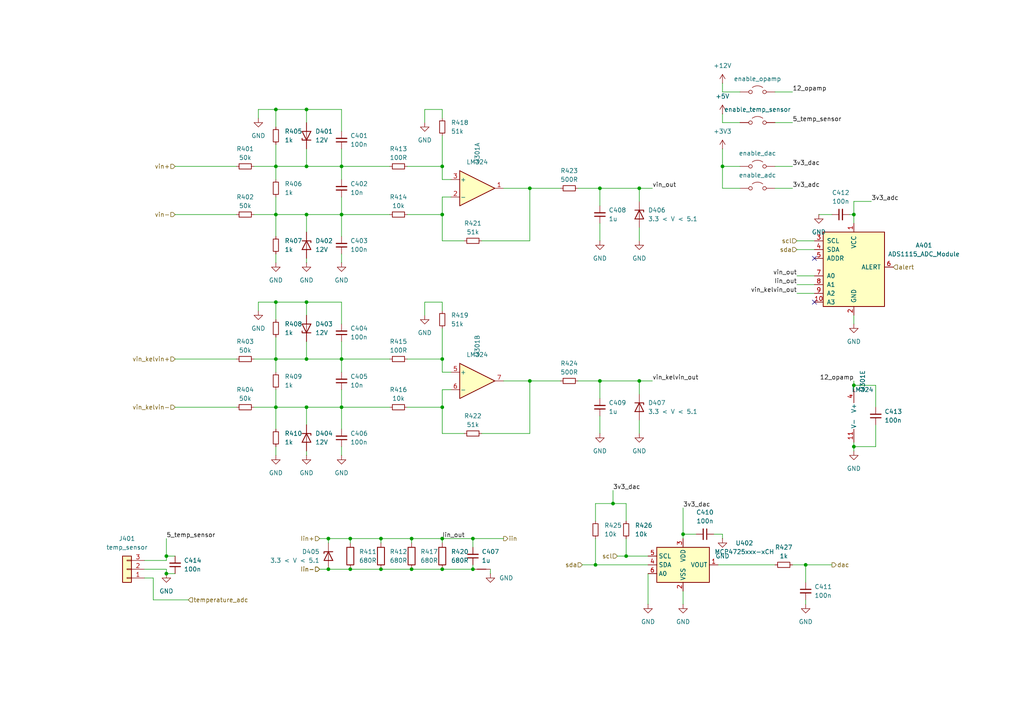
<source format=kicad_sch>
(kicad_sch (version 20231120) (generator "eeschema") (generator_version "8.0")
  (paper "A4")
  (lib_symbols
    (symbol "Amplifier_Operational:LM324" (pin_names (offset 0.127))
      (property "Reference" "U" (at 0 5.08 0))
      (property "Value" "LM324" (at 0 -5.08 0))
      (symbol "LM324_1_1"
        (polyline (pts (xy -5.08 5.08) (xy 5.08 0) (xy -5.08 -5.08) (xy -5.08 5.08)) (stroke (width 0.254)) (fill (type background)))
        (pin output line (at 7.62 0 180) (length 2.54) (name "~") (number "1"))
        (pin input line (at -7.62 -2.54 0) (length 2.54) (name "-") (number "2"))
        (pin input line (at -7.62 2.54 0) (length 2.54) (name "+") (number "3"))
      )
      (symbol "LM324_2_1"
        (polyline (pts (xy -5.08 5.08) (xy 5.08 0) (xy -5.08 -5.08) (xy -5.08 5.08)) (stroke (width 0.254)) (fill (type background)))
        (pin input line (at -7.62 2.54 0) (length 2.54) (name "+") (number "5"))
        (pin input line (at -7.62 -2.54 0) (length 2.54) (name "-") (number "6"))
        (pin output line (at 7.62 0 180) (length 2.54) (name "~") (number "7"))
      )
      (symbol "LM324_3_1"
        (polyline (pts (xy -5.08 5.08) (xy 5.08 0) (xy -5.08 -5.08) (xy -5.08 5.08)) (stroke (width 0.254)) (fill (type background)))
        (pin input line (at -7.62 2.54 0) (length 2.54) (name "+") (number "10"))
        (pin output line (at 7.62 0 180) (length 2.54) (name "~") (number "8"))
        (pin input line (at -7.62 -2.54 0) (length 2.54) (name "-") (number "9"))
      )
      (symbol "LM324_4_1"
        (polyline (pts (xy -5.08 5.08) (xy 5.08 0) (xy -5.08 -5.08) (xy -5.08 5.08)) (stroke (width 0.254)) (fill (type background)))
        (pin input line (at -7.62 2.54 0) (length 2.54) (name "+") (number "12"))
        (pin input line (at -7.62 -2.54 0) (length 2.54) (name "-") (number "13"))
        (pin output line (at 7.62 0 180) (length 2.54) (name "~") (number "14"))
      )
      (symbol "LM324_5_1"
        (pin power_in line (at -2.54 -7.62 90) (length 3.81) (name "V-") (number "11"))
        (pin power_in line (at -2.54 7.62 270) (length 3.81) (name "V+") (number "4"))
      )
    )
    (symbol "Analog_DAC:MCP4725xxx-xCH"
      (property "Reference" "U" (at -6.35 6.35 0))
      (property "Value" "MCP4725xxx-xCH" (at 8.89 6.35 0))
      (symbol "MCP4725xxx-xCH_0_1"
        (rectangle (start -7.62 5.08) (end 7.62 -5.08) (stroke (width 0.254)) (fill (type background)))
      )
      (symbol "MCP4725xxx-xCH_1_1"
        (pin output line (at 10.16 0 180) (length 2.54) (name "VOUT") (number "1"))
        (pin power_in line (at 0 -7.62 90) (length 2.54) (name "VSS") (number "2"))
        (pin power_in line (at 0 7.62 270) (length 2.54) (name "VDD") (number "3"))
        (pin bidirectional line (at -10.16 0 0) (length 2.54) (name "SDA") (number "4"))
        (pin input line (at -10.16 2.54 0) (length 2.54) (name "SCL") (number "5"))
        (pin input line (at -10.16 -2.54 0) (length 2.54) (name "A0") (number "6"))
      )
    )
    (symbol "Connector_Generic:Conn_01x03" (pin_names (offset 1.016) hide)
      (property "Reference" "J" (at 0 5.08 0))
      (property "Value" "Conn_01x03" (at 0 -5.08 0))
      (symbol "Conn_01x03_1_1"
        (rectangle (start -1.27 -2.413) (end 0 -2.667) (stroke (width 0.1524)))
        (rectangle (start -1.27 0.127) (end 0 -0.127) (stroke (width 0.1524)))
        (rectangle (start -1.27 2.667) (end 0 2.413) (stroke (width 0.1524)))
        (rectangle (start -1.27 3.81) (end 1.27 -3.81) (stroke (width 0.254)) (fill (type background)))
        (pin passive line (at -5.08 2.54 0) (length 3.81) (name "Pin_1") (number "1"))
        (pin passive line (at -5.08 0 0) (length 3.81) (name "Pin_2") (number "2"))
        (pin passive line (at -5.08 -2.54 0) (length 3.81) (name "Pin_3") (number "3"))
      )
    )
    (symbol "Device:C_Small" (pin_numbers hide) (pin_names (offset 0.254) hide)
      (property "Reference" "C" (at 0.254 1.778 0))
      (property "Value" "C_Small" (at 0.254 -2.032 0))
      (symbol "C_Small_0_1"
        (polyline (pts (xy -1.524 -0.508) (xy 1.524 -0.508)) (stroke (width 0.3302)))
        (polyline (pts (xy -1.524 0.508) (xy 1.524 0.508)) (stroke (width 0.3048)))
      )
      (symbol "C_Small_1_1"
        (pin passive line (at 0 2.54 270) (length 2.032) (name "~") (number "1"))
        (pin passive line (at 0 -2.54 90) (length 2.032) (name "~") (number "2"))
      )
    )
    (symbol "Device:D_Zener" (pin_numbers hide) (pin_names (offset 1.016) hide)
      (property "Reference" "D" (at 0 2.54 0))
      (property "Value" "D_Zener" (at 0 -2.54 0))
      (symbol "D_Zener_0_1"
        (polyline (pts (xy 1.27 0) (xy -1.27 0)))
        (polyline (pts (xy -1.27 -1.27) (xy -1.27 1.27) (xy -0.762 1.27)) (stroke (width 0.254)))
        (polyline (pts (xy 1.27 -1.27) (xy 1.27 1.27) (xy -1.27 0) (xy 1.27 -1.27)) (stroke (width 0.254)))
      )
      (symbol "D_Zener_1_1"
        (pin passive line (at -3.81 0 0) (length 2.54) (name "K") (number "1"))
        (pin passive line (at 3.81 0 180) (length 2.54) (name "A") (number "2"))
      )
    )
    (symbol "Device:NetTie_2" (pin_numbers hide) (pin_names (offset 0) hide) (in_bom no)
      (property "Reference" "NT" (at 0 1.27 0))
      (property "Value" "NetTie_2" (at 0 -1.27 0))
      (symbol "NetTie_2_0_1"
        (polyline (pts (xy -1.27 0) (xy 1.27 0)) (stroke (width 0.254)))
      )
      (symbol "NetTie_2_1_1"
        (pin passive line (at -2.54 0 0) (length 2.54) (name "1") (number "1"))
        (pin passive line (at 2.54 0 180) (length 2.54) (name "2") (number "2"))
      )
    )
    (symbol "Device:R" (pin_numbers hide) (pin_names (offset 0))
      (property "Reference" "R" (at 2.032 0 90))
      (property "Value" "R" (at 0 0 90))
      (symbol "R_0_1"
        (rectangle (start -1.016 -2.54) (end 1.016 2.54) (stroke (width 0.254)))
      )
      (symbol "R_1_1"
        (pin passive line (at 0 3.81 270) (length 1.27) (name "~") (number "1"))
        (pin passive line (at 0 -3.81 90) (length 1.27) (name "~") (number "2"))
      )
    )
    (symbol "Device:R_Small" (pin_numbers hide) (pin_names (offset 0.254) hide)
      (property "Reference" "R" (at 0.762 0.508 0))
      (property "Value" "R_Small" (at 0.762 -1.016 0))
      (symbol "R_Small_0_1"
        (rectangle (start -0.762 1.778) (end 0.762 -1.778) (stroke (width 0.2032)))
      )
      (symbol "R_Small_1_1"
        (pin passive line (at 0 2.54 270) (length 0.762) (name "~") (number "1"))
        (pin passive line (at 0 -2.54 90) (length 0.762) (name "~") (number "2"))
      )
    )
    (symbol "Jumper:Jumper_2_Open" (pin_numbers hide) (pin_names (offset 0) hide) (exclude_from_sim yes)
      (property "Reference" "JP" (at 0 2.794 0))
      (property "Value" "Jumper_2_Open" (at 0 -2.286 0))
      (symbol "Jumper_2_Open_0_0"
        (circle (center -2.032 0) (radius 0.508))
        (circle (center 2.032 0) (radius 0.508))
      )
      (symbol "Jumper_2_Open_0_1"
        (arc (start 1.524 1.27) (mid 0 1.778) (end -1.524 1.27))
      )
      (symbol "Jumper_2_Open_1_1"
        (pin passive line (at -5.08 0 0) (length 2.54) (name "A") (number "1"))
        (pin passive line (at 5.08 0 180) (length 2.54) (name "B") (number "2"))
      )
    )
    (symbol "dummyLoad:ADS1115_ADC_Module" (pin_names (offset 1.016))
      (property "Reference" "A" (at -8.89 11.43 0))
      (property "Value" "ADS1115_ADC_Module" (at 12.7 11.43 0))
      (symbol "ADS1115_ADC_Module_0_1"
        (rectangle (start -8.89 10.16) (end 8.89 -11.43) (stroke (width 0.254)) (fill (type background)))
      )
      (symbol "ADS1115_ADC_Module_1_1"
        (pin power_in line (at 0 12.7 270) (length 2.54) (name "VCC") (number "1"))
        (pin input line (at -11.43 -10.16 0) (length 2.54) (name "A3") (number "10"))
        (pin power_in line (at 0 -13.97 90) (length 2.54) (name "GND") (number "2"))
        (pin input line (at -11.43 7.62 0) (length 2.54) (name "SCL") (number "3"))
        (pin bidirectional line (at -11.43 5.08 0) (length 2.54) (name "SDA") (number "4"))
        (pin input line (at -11.43 2.54 0) (length 2.54) (name "ADDR") (number "5"))
        (pin output line (at 11.43 0 180) (length 2.54) (name "ALERT") (number "6"))
        (pin input line (at -11.43 -2.54 0) (length 2.54) (name "A0") (number "7"))
        (pin input line (at -11.43 -5.08 0) (length 2.54) (name "A1") (number "8"))
        (pin input line (at -11.43 -7.62 0) (length 2.54) (name "A2") (number "9"))
      )
    )
    (symbol "power:+12V" (power) (pin_numbers hide) (pin_names (offset 0) hide)
      (property "Value" "+12V" (at 0 3.556 0))
      (symbol "+12V_0_1"
        (polyline (pts (xy -0.762 1.27) (xy 0 2.54)))
        (polyline (pts (xy 0 0) (xy 0 2.54)))
        (polyline (pts (xy 0 2.54) (xy 0.762 1.27)))
      )
      (symbol "+12V_1_1"
        (pin power_in line (at 0 0 90) (length 0) (name "~") (number "1"))
      )
    )
    (symbol "power:+3V3" (power) (pin_numbers hide) (pin_names (offset 0) hide)
      (property "Value" "+3V3" (at 0 3.556 0))
      (symbol "+3V3_0_1"
        (polyline (pts (xy -0.762 1.27) (xy 0 2.54)))
        (polyline (pts (xy 0 0) (xy 0 2.54)))
        (polyline (pts (xy 0 2.54) (xy 0.762 1.27)))
      )
      (symbol "+3V3_1_1"
        (pin power_in line (at 0 0 90) (length 0) (name "~") (number "1"))
      )
    )
    (symbol "power:+5V" (power) (pin_numbers hide) (pin_names (offset 0) hide)
      (property "Value" "+5V" (at 0 3.556 0))
      (symbol "+5V_0_1"
        (polyline (pts (xy -0.762 1.27) (xy 0 2.54)))
        (polyline (pts (xy 0 0) (xy 0 2.54)))
        (polyline (pts (xy 0 2.54) (xy 0.762 1.27)))
      )
      (symbol "+5V_1_1"
        (pin power_in line (at 0 0 90) (length 0) (name "~") (number "1"))
      )
    )
    (symbol "power:GND" (power) (pin_numbers hide) (pin_names (offset 0) hide)
      (property "Value" "GND" (at 0 -3.81 0))
      (symbol "GND_0_1"
        (polyline (pts (xy 0 0) (xy 0 -1.27) (xy 1.27 -1.27) (xy 0 -2.54) (xy -1.27 -1.27) (xy 0 -1.27)))
      )
      (symbol "GND_1_1"
        (pin power_in line (at 0 0 270) (length 0) (name "~") (number "1"))
      )
    )
  )
  (junction (at 128.27 104.14))
  (junction (at 80.01 31.75))
  (junction (at 95.25 165.1))
  (junction (at 137.16 165.1))
  (junction (at 185.42 54.61))
  (junction (at 88.9 48.26))
  (junction (at 48.26 166.37))
  (junction (at 128.27 165.1))
  (junction (at 209.55 48.26))
  (junction (at 80.01 118.11))
  (junction (at 99.06 48.26))
  (junction (at 177.8 146.05))
  (junction (at 80.01 104.14))
  (junction (at 247.65 129.54))
  (junction (at 110.49 156.21))
  (junction (at 88.9 31.75))
  (junction (at 247.65 111.76))
  (junction (at 101.6 156.21))
  (junction (at 128.27 62.23))
  (junction (at 99.06 118.11))
  (junction (at 181.61 161.29))
  (junction (at 153.67 110.49))
  (junction (at 80.01 48.26))
  (junction (at 88.9 118.11))
  (junction (at 48.26 161.29))
  (junction (at 99.06 104.14))
  (junction (at 88.9 87.63))
  (junction (at 88.9 104.14))
  (junction (at 153.67 54.61))
  (junction (at 185.42 110.49))
  (junction (at 128.27 118.11))
  (junction (at 198.12 154.94))
  (junction (at 233.68 163.83))
  (junction (at 173.99 54.61))
  (junction (at 110.49 165.1))
  (junction (at 95.25 156.21))
  (junction (at 80.01 87.63))
  (junction (at 99.06 62.23))
  (junction (at 119.38 165.1))
  (junction (at 173.99 110.49))
  (junction (at 101.6 165.1))
  (junction (at 80.01 62.23))
  (junction (at 247.65 62.23))
  (junction (at 172.72 163.83))
  (junction (at 119.38 156.21))
  (junction (at 88.9 62.23))
  (junction (at 137.16 156.21))
  (junction (at 128.27 48.26))
  (junction (at 128.27 156.21))
  (no_connect (at 236.22 74.93))
  (no_connect (at 236.22 87.63))
  (wire (pts (xy 48.26 162.56) (xy 41.91 162.56)))
  (wire (pts (xy 50.8 118.11) (xy 68.58 118.11)))
  (wire (pts (xy 119.38 165.1) (xy 128.27 165.1)))
  (wire (pts (xy 247.65 91.44) (xy 247.65 93.98)))
  (wire (pts (xy 92.71 165.1) (xy 95.25 165.1)))
  (wire (pts (xy 247.65 128.27) (xy 247.65 129.54)))
  (wire (pts (xy 181.61 146.05) (xy 181.61 151.13)))
  (wire (pts (xy 99.06 99.06) (xy 99.06 104.14)))
  (wire (pts (xy 172.72 156.21) (xy 172.72 163.83)))
  (wire (pts (xy 153.67 110.49) (xy 146.05 110.49)))
  (wire (pts (xy 198.12 171.45) (xy 198.12 175.26)))
  (wire (pts (xy 123.19 35.56) (xy 123.19 31.75)))
  (wire (pts (xy 247.65 129.54) (xy 254 129.54)))
  (wire (pts (xy 88.9 48.26) (xy 99.06 48.26)))
  (wire (pts (xy 80.01 104.14) (xy 80.01 107.95)))
  (wire (pts (xy 80.01 62.23) (xy 88.9 62.23)))
  (wire (pts (xy 123.19 91.44) (xy 123.19 87.63)))
  (wire (pts (xy 44.45 167.64) (xy 44.45 173.99)))
  (wire (pts (xy 173.99 120.65) (xy 173.99 125.73)))
  (wire (pts (xy 153.67 54.61) (xy 146.05 54.61)))
  (wire (pts (xy 177.8 146.05) (xy 172.72 146.05)))
  (wire (pts (xy 99.06 62.23) (xy 99.06 68.58)))
  (wire (pts (xy 142.24 165.1) (xy 142.24 166.37)))
  (wire (pts (xy 128.27 125.73) (xy 134.62 125.73)))
  (wire (pts (xy 41.91 167.64) (xy 44.45 167.64)))
  (wire (pts (xy 247.65 58.42) (xy 247.65 62.23)))
  (wire (pts (xy 110.49 165.1) (xy 119.38 165.1)))
  (wire (pts (xy 74.93 87.63) (xy 80.01 87.63)))
  (wire (pts (xy 128.27 118.11) (xy 128.27 125.73)))
  (wire (pts (xy 88.9 62.23) (xy 99.06 62.23)))
  (wire (pts (xy 173.99 64.77) (xy 173.99 69.85)))
  (wire (pts (xy 209.55 154.94) (xy 209.55 156.21)))
  (wire (pts (xy 139.7 125.73) (xy 153.67 125.73)))
  (wire (pts (xy 231.14 85.09) (xy 236.22 85.09)))
  (wire (pts (xy 123.19 31.75) (xy 128.27 31.75)))
  (wire (pts (xy 99.06 113.03) (xy 99.06 118.11)))
  (wire (pts (xy 80.01 87.63) (xy 80.01 92.71)))
  (wire (pts (xy 185.42 110.49) (xy 185.42 114.3)))
  (wire (pts (xy 128.27 104.14) (xy 128.27 107.95)))
  (wire (pts (xy 224.79 26.67) (xy 229.87 26.67)))
  (wire (pts (xy 167.64 110.49) (xy 173.99 110.49)))
  (wire (pts (xy 74.93 31.75) (xy 80.01 31.75)))
  (wire (pts (xy 172.72 163.83) (xy 187.96 163.83)))
  (wire (pts (xy 128.27 31.75) (xy 128.27 34.29)))
  (wire (pts (xy 48.26 156.21) (xy 48.26 161.29)))
  (wire (pts (xy 88.9 35.56) (xy 88.9 31.75)))
  (wire (pts (xy 88.9 91.44) (xy 88.9 87.63)))
  (wire (pts (xy 231.14 80.01) (xy 236.22 80.01)))
  (wire (pts (xy 207.01 154.94) (xy 209.55 154.94)))
  (wire (pts (xy 128.27 48.26) (xy 128.27 52.07)))
  (wire (pts (xy 101.6 156.21) (xy 110.49 156.21)))
  (wire (pts (xy 185.42 54.61) (xy 185.42 58.42)))
  (wire (pts (xy 80.01 113.03) (xy 80.01 118.11)))
  (wire (pts (xy 153.67 69.85) (xy 153.67 54.61)))
  (wire (pts (xy 209.55 26.67) (xy 214.63 26.67)))
  (wire (pts (xy 139.7 69.85) (xy 153.67 69.85)))
  (wire (pts (xy 50.8 62.23) (xy 68.58 62.23)))
  (wire (pts (xy 173.99 110.49) (xy 185.42 110.49)))
  (wire (pts (xy 185.42 121.92) (xy 185.42 125.73)))
  (wire (pts (xy 88.9 87.63) (xy 80.01 87.63)))
  (wire (pts (xy 167.64 54.61) (xy 173.99 54.61)))
  (wire (pts (xy 44.45 173.99) (xy 54.61 173.99)))
  (wire (pts (xy 198.12 154.94) (xy 201.93 154.94)))
  (wire (pts (xy 80.01 118.11) (xy 80.01 124.46)))
  (wire (pts (xy 153.67 125.73) (xy 153.67 110.49)))
  (wire (pts (xy 179.07 161.29) (xy 181.61 161.29)))
  (wire (pts (xy 233.68 163.83) (xy 241.3 163.83)))
  (wire (pts (xy 50.8 104.14) (xy 68.58 104.14)))
  (wire (pts (xy 224.79 35.56) (xy 229.87 35.56)))
  (wire (pts (xy 92.71 156.21) (xy 95.25 156.21)))
  (wire (pts (xy 99.06 73.66) (xy 99.06 76.2)))
  (wire (pts (xy 80.01 31.75) (xy 80.01 36.83)))
  (wire (pts (xy 177.8 146.05) (xy 181.61 146.05)))
  (wire (pts (xy 185.42 66.04) (xy 185.42 69.85)))
  (wire (pts (xy 73.66 48.26) (xy 80.01 48.26)))
  (wire (pts (xy 48.26 165.1) (xy 48.26 166.37)))
  (wire (pts (xy 209.55 54.61) (xy 214.63 54.61)))
  (wire (pts (xy 99.06 129.54) (xy 99.06 132.08)))
  (wire (pts (xy 153.67 54.61) (xy 162.56 54.61)))
  (wire (pts (xy 128.27 57.15) (xy 130.81 57.15)))
  (wire (pts (xy 173.99 110.49) (xy 173.99 115.57)))
  (wire (pts (xy 137.16 163.83) (xy 137.16 165.1)))
  (wire (pts (xy 128.27 62.23) (xy 128.27 69.85)))
  (wire (pts (xy 80.01 118.11) (xy 88.9 118.11)))
  (wire (pts (xy 247.65 62.23) (xy 247.65 64.77)))
  (wire (pts (xy 88.9 99.06) (xy 88.9 104.14)))
  (wire (pts (xy 99.06 48.26) (xy 99.06 52.07)))
  (wire (pts (xy 209.55 33.02) (xy 209.55 35.56)))
  (wire (pts (xy 231.14 69.85) (xy 236.22 69.85)))
  (wire (pts (xy 209.55 48.26) (xy 214.63 48.26)))
  (wire (pts (xy 74.93 90.17) (xy 74.93 87.63)))
  (wire (pts (xy 137.16 165.1) (xy 128.27 165.1)))
  (wire (pts (xy 48.26 161.29) (xy 50.8 161.29)))
  (wire (pts (xy 173.99 54.61) (xy 173.99 59.69)))
  (wire (pts (xy 80.01 41.91) (xy 80.01 48.26)))
  (wire (pts (xy 208.28 163.83) (xy 224.79 163.83)))
  (wire (pts (xy 48.26 161.29) (xy 48.26 162.56)))
  (wire (pts (xy 185.42 110.49) (xy 189.23 110.49)))
  (wire (pts (xy 88.9 130.81) (xy 88.9 132.08)))
  (wire (pts (xy 254 129.54) (xy 254 123.19)))
  (wire (pts (xy 128.27 107.95) (xy 130.81 107.95)))
  (wire (pts (xy 231.14 82.55) (xy 236.22 82.55)))
  (wire (pts (xy 101.6 156.21) (xy 101.6 157.48)))
  (wire (pts (xy 118.11 48.26) (xy 128.27 48.26)))
  (wire (pts (xy 229.87 163.83) (xy 233.68 163.83)))
  (wire (pts (xy 137.16 156.21) (xy 137.16 158.75)))
  (wire (pts (xy 73.66 118.11) (xy 80.01 118.11)))
  (wire (pts (xy 95.25 156.21) (xy 95.25 157.48)))
  (wire (pts (xy 137.16 156.21) (xy 146.05 156.21)))
  (wire (pts (xy 74.93 34.29) (xy 74.93 31.75)))
  (wire (pts (xy 173.99 54.61) (xy 185.42 54.61)))
  (wire (pts (xy 80.01 62.23) (xy 80.01 68.58)))
  (wire (pts (xy 209.55 48.26) (xy 209.55 54.61)))
  (wire (pts (xy 80.01 104.14) (xy 88.9 104.14)))
  (wire (pts (xy 172.72 146.05) (xy 172.72 151.13)))
  (wire (pts (xy 118.11 118.11) (xy 128.27 118.11)))
  (wire (pts (xy 123.19 87.63) (xy 128.27 87.63)))
  (wire (pts (xy 50.8 48.26) (xy 68.58 48.26)))
  (wire (pts (xy 181.61 161.29) (xy 181.61 156.21)))
  (wire (pts (xy 110.49 156.21) (xy 119.38 156.21)))
  (wire (pts (xy 99.06 38.1) (xy 99.06 31.75)))
  (wire (pts (xy 80.01 48.26) (xy 80.01 52.07)))
  (wire (pts (xy 231.14 72.39) (xy 236.22 72.39)))
  (wire (pts (xy 209.55 43.18) (xy 209.55 48.26)))
  (wire (pts (xy 233.68 163.83) (xy 233.68 168.91)))
  (wire (pts (xy 88.9 31.75) (xy 80.01 31.75)))
  (wire (pts (xy 99.06 118.11) (xy 113.03 118.11)))
  (wire (pts (xy 177.8 142.24) (xy 177.8 146.05)))
  (wire (pts (xy 95.25 165.1) (xy 101.6 165.1)))
  (wire (pts (xy 247.65 111.76) (xy 247.65 113.03)))
  (wire (pts (xy 80.01 129.54) (xy 80.01 132.08)))
  (wire (pts (xy 48.26 166.37) (xy 50.8 166.37)))
  (wire (pts (xy 128.27 95.25) (xy 128.27 104.14)))
  (wire (pts (xy 168.91 163.83) (xy 172.72 163.83)))
  (wire (pts (xy 80.01 97.79) (xy 80.01 104.14)))
  (wire (pts (xy 99.06 43.18) (xy 99.06 48.26)))
  (wire (pts (xy 99.06 31.75) (xy 88.9 31.75)))
  (wire (pts (xy 41.91 165.1) (xy 48.26 165.1)))
  (wire (pts (xy 88.9 43.18) (xy 88.9 48.26)))
  (wire (pts (xy 80.01 73.66) (xy 80.01 76.2)))
  (wire (pts (xy 252.73 58.42) (xy 247.65 58.42)))
  (wire (pts (xy 224.79 48.26) (xy 229.87 48.26)))
  (wire (pts (xy 254 111.76) (xy 254 118.11)))
  (wire (pts (xy 128.27 62.23) (xy 128.27 57.15)))
  (wire (pts (xy 198.12 147.32) (xy 198.12 154.94)))
  (wire (pts (xy 99.06 48.26) (xy 113.03 48.26)))
  (wire (pts (xy 88.9 74.93) (xy 88.9 76.2)))
  (wire (pts (xy 128.27 87.63) (xy 128.27 90.17)))
  (wire (pts (xy 101.6 165.1) (xy 110.49 165.1)))
  (wire (pts (xy 224.79 54.61) (xy 229.87 54.61)))
  (wire (pts (xy 209.55 24.13) (xy 209.55 26.67)))
  (wire (pts (xy 247.65 111.76) (xy 254 111.76)))
  (wire (pts (xy 119.38 156.21) (xy 119.38 157.48)))
  (wire (pts (xy 99.06 93.98) (xy 99.06 87.63)))
  (wire (pts (xy 99.06 87.63) (xy 88.9 87.63)))
  (wire (pts (xy 153.67 110.49) (xy 162.56 110.49)))
  (wire (pts (xy 99.06 57.15) (xy 99.06 62.23)))
  (wire (pts (xy 128.27 118.11) (xy 128.27 113.03)))
  (wire (pts (xy 237.49 62.23) (xy 241.3 62.23)))
  (wire (pts (xy 88.9 62.23) (xy 88.9 67.31)))
  (wire (pts (xy 80.01 57.15) (xy 80.01 62.23)))
  (wire (pts (xy 110.49 156.21) (xy 110.49 157.48)))
  (wire (pts (xy 246.38 62.23) (xy 247.65 62.23)))
  (wire (pts (xy 99.06 62.23) (xy 113.03 62.23)))
  (wire (pts (xy 118.11 104.14) (xy 128.27 104.14)))
  (wire (pts (xy 80.01 48.26) (xy 88.9 48.26)))
  (wire (pts (xy 247.65 129.54) (xy 247.65 130.81)))
  (wire (pts (xy 209.55 35.56) (xy 214.63 35.56)))
  (wire (pts (xy 88.9 118.11) (xy 88.9 123.19)))
  (wire (pts (xy 95.25 156.21) (xy 101.6 156.21)))
  (wire (pts (xy 119.38 156.21) (xy 128.27 156.21)))
  (wire (pts (xy 187.96 166.37) (xy 187.96 175.26)))
  (wire (pts (xy 128.27 156.21) (xy 128.27 157.48)))
  (wire (pts (xy 128.27 52.07) (xy 130.81 52.07)))
  (wire (pts (xy 88.9 118.11) (xy 99.06 118.11)))
  (wire (pts (xy 73.66 62.23) (xy 80.01 62.23)))
  (wire (pts (xy 128.27 113.03) (xy 130.81 113.03)))
  (wire (pts (xy 118.11 62.23) (xy 128.27 62.23)))
  (wire (pts (xy 128.27 69.85) (xy 134.62 69.85)))
  (wire (pts (xy 233.68 173.99) (xy 233.68 175.26)))
  (wire (pts (xy 73.66 104.14) (xy 80.01 104.14)))
  (wire (pts (xy 185.42 54.61) (xy 189.23 54.61)))
  (wire (pts (xy 247.65 110.49) (xy 247.65 111.76)))
  (wire (pts (xy 128.27 156.21) (xy 137.16 156.21)))
  (wire (pts (xy 99.06 104.14) (xy 113.03 104.14)))
  (wire (pts (xy 99.06 104.14) (xy 99.06 107.95)))
  (wire (pts (xy 88.9 104.14) (xy 99.06 104.14)))
  (wire (pts (xy 128.27 39.37) (xy 128.27 48.26)))
  (wire (pts (xy 99.06 118.11) (xy 99.06 124.46)))
  (wire (pts (xy 187.96 161.29) (xy 181.61 161.29)))
  (wire (pts (xy 198.12 154.94) (xy 198.12 156.21)))
  (label "3v3_adc" (at 229.87 54.61 0))
  (label "vin_kelvin_out" (at 231.14 85.09 180))
  (label "Iin_out" (at 128.27 156.21 0))
  (label "3v3_dac" (at 177.8 142.24 0))
  (label "vin_out" (at 189.23 54.61 0))
  (label "Iin_out" (at 231.14 82.55 180))
  (label "3v3_dac" (at 229.87 48.26 0))
  (label "vin_kelvin_out" (at 189.23 110.49 0))
  (label "3v3_adc" (at 252.73 58.42 0))
  (label "5_temp_sensor" (at 48.26 156.21 0))
  (label "12_opamp" (at 229.87 26.67 0))
  (label "3v3_dac" (at 198.12 147.32 0))
  (label "12_opamp" (at 247.65 110.49 180))
  (label "5_temp_sensor" (at 229.87 35.56 0))
  (label "vin_out" (at 231.14 80.01 180))
  (hierarchical_label "sda" (shape input) (at 231.14 72.39 180))
  (hierarchical_label "Iin+" (shape input) (at 92.71 156.21 180))
  (hierarchical_label "iin" (shape output) (at 146.05 156.21 0))
  (hierarchical_label "temperature_adc" (shape input) (at 54.61 173.99 0))
  (hierarchical_label "scl" (shape input) (at 179.07 161.29 180))
  (hierarchical_label "alert" (shape input) (at 259.08 77.47 0))
  (hierarchical_label "vin_kelvin-" (shape input) (at 50.8 118.11 180))
  (hierarchical_label "scl" (shape input) (at 231.14 69.85 180))
  (hierarchical_label "dac" (shape output) (at 241.3 163.83 0))
  (hierarchical_label "Iin-" (shape input) (at 92.71 165.1 180))
  (hierarchical_label "sda" (shape input) (at 168.91 163.83 180))
  (hierarchical_label "vin_kelvin+" (shape input) (at 50.8 104.14 180))
  (hierarchical_label "vin-" (shape input) (at 50.8 62.23 180))
  (hierarchical_label "vin+" (shape input) (at 50.8 48.26 180))
  (hierarchical_label "Iin-" (shape input) (at 92.71 165.1 180))
  (symbol (lib_id "Device:R_Small") (at 172.72 153.67 180) (unit 1)
    (property "Reference" "R425" (at 175.26 152.3999 0) (effects (justify right)))
    (property "Value" "10k" (at 175.26 154.9399 0) (effects (justify right)))
    (property "Footprint" "Resistor_SMD:R_0805_2012Metric_Pad1.20x1.40mm_HandSolder" (effects (hide yes)))
    (property "Description" "Resistor, small symbol" (effects (hide yes)))
  )
  (symbol (lib_id "power:+5V") (at 209.55 33.02 0) (unit 1)
    (property "Reference" "#PWR0416" (effects (hide yes)))
    (property "Value" "+5V" (at 209.55 27.94 0))
    (property "Description" "Power symbol creates a global label with name \"+5V\"" (effects (hide yes)))
  )
  (symbol (lib_id "Device:R_Small") (at 227.33 163.83 270) (unit 1)
    (property "Reference" "R427" (at 227.33 158.75 90))
    (property "Value" "1k" (at 227.33 161.29 90))
    (property "Footprint" "Resistor_SMD:R_0805_2012Metric_Pad1.20x1.40mm_HandSolder" (effects (hide yes)))
    (property "Description" "Resistor, small symbol" (effects (hide yes)))
  )
  (symbol (lib_id "Device:D_Zener") (at 185.42 118.11 270) (unit 1)
    (property "Reference" "D407" (at 187.96 116.8399 90) (effects (justify left)))
    (property "Value" "3.3 < V < 5.1" (at 187.96 119.3799 90) (effects (justify left)))
    (property "Footprint" "Diode_SMD:D_MiniMELF" (effects (hide yes)))
    (property "Description" "Zener diode" (effects (hide yes)))
  )
  (symbol (lib_id "Device:C_Small") (at 173.99 118.11 180) (unit 1)
    (property "Reference" "C409" (at 176.53 116.8335 0) (effects (justify right)))
    (property "Value" "1u" (at 176.53 119.3735 0) (effects (justify right)))
    (property "Footprint" "Capacitor_SMD:C_0805_2012Metric_Pad1.18x1.45mm_HandSolder" (effects (hide yes)))
    (property "Description" "Unpolarized capacitor, small symbol" (effects (hide yes)))
  )
  (symbol (lib_id "Device:C_Small") (at 99.06 96.52 180) (unit 1)
    (property "Reference" "C404" (at 101.6 95.2435 0) (effects (justify right)))
    (property "Value" "100n" (at 101.6 97.7835 0) (effects (justify right)))
    (property "Footprint" "Capacitor_SMD:C_0805_2012Metric_Pad1.18x1.45mm_HandSolder" (effects (hide yes)))
    (property "Description" "Unpolarized capacitor, small symbol" (effects (hide yes)))
  )
  (symbol (lib_id "Device:R_Small") (at 71.12 48.26 90) (unit 1)
    (property "Reference" "R401" (at 71.12 43.18 90))
    (property "Value" "50k" (at 71.12 45.72 90))
    (property "Footprint" "Resistor_SMD:R_0805_2012Metric_Pad1.20x1.40mm_HandSolder" (effects (hide yes)))
    (property "Description" "Resistor, small symbol" (effects (hide yes)))
  )
  (symbol (lib_id "Amplifier_Operational:LM324") (at 138.43 54.61 0) (unit 1)
    (property "Reference" "U301" (at 138.43 44.45 90))
    (property "Value" "LM324" (at 138.43 46.99 0))
    (property "Footprint" "Package_SO:SOIC-14_3.9x8.7mm_P1.27mm" (effects (hide yes)))
    (property "Datasheet" "http://www.ti.com/lit/ds/symlink/lm2902-n.pdf" (effects (hide yes)))
    (property "Description" "Low-Power, Quad-Operational Amplifiers, DIP-14/SOIC-14/SSOP-14" (effects (hide yes)))
  )
  (symbol (lib_id "Device:D_Zener") (at 95.25 161.29 90) (mirror x) (unit 1)
    (property "Reference" "D405" (at 92.71 160.0199 90) (effects (justify left)))
    (property "Value" "3.3 < V < 5.1" (at 92.71 162.5599 90) (effects (justify left)))
    (property "Footprint" "Diode_SMD:D_MiniMELF" (effects (hide yes)))
    (property "Description" "Zener diode" (effects (hide yes)))
  )
  (symbol (lib_id "Device:D_Zener") (at 185.42 62.23 270) (unit 1)
    (property "Reference" "D406" (at 187.96 60.9599 90) (effects (justify left)))
    (property "Value" "3.3 < V < 5.1" (at 187.96 63.4999 90) (effects (justify left)))
    (property "Footprint" "Diode_SMD:D_MiniMELF" (effects (hide yes)))
    (property "Description" "Zener diode" (effects (hide yes)))
  )
  (symbol (lib_id "Device:R") (at 101.6 161.29 0) (unit 1)
    (property "Reference" "R411" (at 104.14 160.0199 0) (effects (justify left)))
    (property "Value" "680R" (at 104.14 162.5599 0) (effects (justify left)))
    (property "Footprint" "Resistor_SMD:R_0805_2012Metric_Pad1.20x1.40mm_HandSolder" (effects (hide yes)))
    (property "Description" "Resistor" (effects (hide yes)))
  )
  (symbol (lib_id "power:GND") (at 185.42 125.73 0) (unit 1)
    (property "Reference" "#PWR0418" (effects (hide yes)))
    (property "Value" "GND" (at 185.42 130.81 0))
    (property "Description" "Power symbol creates a global label with name \"GND\" , ground" (effects (hide yes)))
  )
  (symbol (lib_id "power:GND") (at 123.19 35.56 0) (unit 1)
    (property "Reference" "#PWR0411" (effects (hide yes)))
    (property "Value" "GND" (at 123.19 40.64 0))
    (property "Description" "Power symbol creates a global label with name \"GND\" , ground" (effects (hide yes)))
  )
  (symbol (lib_id "power:GND") (at 209.55 156.21 0) (unit 1)
    (property "Reference" "#PWR0422" (effects (hide yes)))
    (property "Value" "GND" (at 209.55 161.29 0))
    (property "Description" "Power symbol creates a global label with name \"GND\" , ground" (effects (hide yes)))
  )
  (symbol (lib_id "Device:C_Small") (at 99.06 110.49 180) (unit 1)
    (property "Reference" "C405" (at 101.6 109.2135 0) (effects (justify right)))
    (property "Value" "10n" (at 101.6 111.7535 0) (effects (justify right)))
    (property "Footprint" "Capacitor_SMD:C_0805_2012Metric_Pad1.18x1.45mm_HandSolder" (effects (hide yes)))
    (property "Description" "Unpolarized capacitor, small symbol" (effects (hide yes)))
  )
  (symbol (lib_id "power:GND") (at 48.26 166.37 0) (unit 1)
    (property "Reference" "#PWR0402" (effects (hide yes)))
    (property "Value" "GND" (at 48.26 171.45 0))
    (property "Description" "Power symbol creates a global label with name \"GND\" , ground" (effects (hide yes)))
  )
  (symbol (lib_id "Device:C_Small") (at 50.8 163.83 180) (unit 1)
    (property "Reference" "C414" (at 53.34 162.5535 0) (effects (justify right)))
    (property "Value" "100n" (at 53.34 165.0935 0) (effects (justify right)))
    (property "Footprint" "Capacitor_SMD:C_0805_2012Metric_Pad1.18x1.45mm_HandSolder" (effects (hide yes)))
    (property "Description" "Unpolarized capacitor, small symbol" (effects (hide yes)))
  )
  (symbol (lib_id "power:GND") (at 185.42 69.85 0) (unit 1)
    (property "Reference" "#PWR0417" (effects (hide yes)))
    (property "Value" "GND" (at 185.42 74.93 0))
    (property "Description" "Power symbol creates a global label with name \"GND\" , ground" (effects (hide yes)))
  )
  (symbol (lib_id "power:GND") (at 173.99 125.73 0) (unit 1)
    (property "Reference" "#PWR0415" (effects (hide yes)))
    (property "Value" "GND" (at 173.99 130.81 0))
    (property "Description" "Power symbol creates a global label with name \"GND\" , ground" (effects (hide yes)))
  )
  (symbol (lib_id "Device:D_Zener") (at 88.9 127 270) (unit 1)
    (property "Reference" "D404" (at 91.44 125.7299 90) (effects (justify left)))
    (property "Value" "12V" (at 91.44 128.2699 90) (effects (justify left)))
    (property "Footprint" "Diode_SMD:D_MiniMELF" (effects (hide yes)))
    (property "Description" "Zener diode" (effects (hide yes)))
  )
  (symbol (lib_id "power:GND") (at 123.19 91.44 0) (unit 1)
    (property "Reference" "#PWR0412" (effects (hide yes)))
    (property "Value" "GND" (at 123.19 96.52 0))
    (property "Description" "Power symbol creates a global label with name \"GND\" , ground" (effects (hide yes)))
  )
  (symbol (lib_id "Device:R_Small") (at 115.57 62.23 90) (unit 1)
    (property "Reference" "R414" (at 115.57 57.15 90))
    (property "Value" "10k" (at 115.57 59.69 90))
    (property "Footprint" "Resistor_SMD:R_0805_2012Metric_Pad1.20x1.40mm_HandSolder" (effects (hide yes)))
    (property "Description" "Resistor, small symbol" (effects (hide yes)))
  )
  (symbol (lib_id "Device:R_Small") (at 71.12 118.11 90) (unit 1)
    (property "Reference" "R404" (at 71.12 113.03 90))
    (property "Value" "50k" (at 71.12 115.57 90))
    (property "Footprint" "Resistor_SMD:R_0805_2012Metric_Pad1.20x1.40mm_HandSolder" (effects (hide yes)))
    (property "Description" "Resistor, small symbol" (effects (hide yes)))
  )
  (symbol (lib_id "Device:D_Zener") (at 88.9 95.25 90) (unit 1)
    (property "Reference" "D403" (at 91.44 93.9799 90) (effects (justify right)))
    (property "Value" "12V" (at 91.44 96.5199 90) (effects (justify right)))
    (property "Footprint" "Diode_SMD:D_MiniMELF" (effects (hide yes)))
    (property "Description" "Zener diode" (effects (hide yes)))
  )
  (symbol (lib_id "power:GND") (at 173.99 69.85 0) (unit 1)
    (property "Reference" "#PWR0414" (effects (hide yes)))
    (property "Value" "GND" (at 173.99 74.93 0))
    (property "Description" "Power symbol creates a global label with name \"GND\" , ground" (effects (hide yes)))
  )
  (symbol (lib_id "Device:C_Small") (at 204.47 154.94 270) (unit 1)
    (property "Reference" "C410" (at 204.4636 148.59 90))
    (property "Value" "100n" (at 204.4636 151.13 90))
    (property "Footprint" "Capacitor_SMD:C_0805_2012Metric_Pad1.18x1.45mm_HandSolder" (effects (hide yes)))
    (property "Description" "Unpolarized capacitor, small symbol" (effects (hide yes)))
  )
  (symbol (lib_id "power:GND") (at 187.96 175.26 0) (unit 1)
    (property "Reference" "#PWR0419" (effects (hide yes)))
    (property "Value" "GND" (at 187.96 180.34 0))
    (property "Description" "Power symbol creates a global label with name \"GND\" , ground" (effects (hide yes)))
  )
  (symbol (lib_id "Device:R_Small") (at 80.01 71.12 180) (unit 1)
    (property "Reference" "R407" (at 82.55 69.8499 0) (effects (justify right)))
    (property "Value" "1k" (at 82.55 72.3899 0) (effects (justify right)))
    (property "Footprint" "Resistor_SMD:R_0805_2012Metric_Pad1.20x1.40mm_HandSolder" (effects (hide yes)))
    (property "Description" "Resistor, small symbol" (effects (hide yes)))
  )
  (symbol (lib_id "Device:R_Small") (at 115.57 104.14 90) (unit 1)
    (property "Reference" "R415" (at 115.57 99.06 90))
    (property "Value" "100R" (at 115.57 101.6 90))
    (property "Footprint" "Resistor_SMD:R_0805_2012Metric_Pad1.20x1.40mm_HandSolder" (effects (hide yes)))
    (property "Description" "Resistor, small symbol" (effects (hide yes)))
  )
  (symbol (lib_id "Device:R_Small") (at 165.1 110.49 270) (unit 1)
    (property "Reference" "R424" (at 165.1 105.41 90))
    (property "Value" "500R" (at 165.1 107.95 90))
    (property "Footprint" "Resistor_SMD:R_0805_2012Metric_Pad1.20x1.40mm_HandSolder" (effects (hide yes)))
    (property "Description" "Resistor, small symbol" (effects (hide yes)))
  )
  (symbol (lib_id "power:GND") (at 80.01 132.08 0) (unit 1)
    (property "Reference" "#PWR0406" (effects (hide yes)))
    (property "Value" "GND" (at 80.01 137.16 0))
    (property "Description" "Power symbol creates a global label with name \"GND\" , ground" (effects (hide yes)))
  )
  (symbol (lib_id "Device:C_Small") (at 99.06 40.64 180) (unit 1)
    (property "Reference" "C401" (at 101.6 39.3635 0) (effects (justify right)))
    (property "Value" "100n" (at 101.6 41.9035 0) (effects (justify right)))
    (property "Footprint" "Capacitor_SMD:C_0805_2012Metric_Pad1.18x1.45mm_HandSolder" (effects (hide yes)))
    (property "Description" "Unpolarized capacitor, small symbol" (effects (hide yes)))
  )
  (symbol (lib_id "power:GND") (at 88.9 76.2 0) (unit 1)
    (property "Reference" "#PWR0407" (effects (hide yes)))
    (property "Value" "GND" (at 88.9 81.28 0))
    (property "Description" "Power symbol creates a global label with name \"GND\" , ground" (effects (hide yes)))
  )
  (symbol (lib_id "Device:R_Small") (at 80.01 127 180) (unit 1)
    (property "Reference" "R410" (at 82.55 125.7299 0) (effects (justify right)))
    (property "Value" "1k" (at 82.55 128.2699 0) (effects (justify right)))
    (property "Footprint" "Resistor_SMD:R_0805_2012Metric_Pad1.20x1.40mm_HandSolder" (effects (hide yes)))
    (property "Description" "Resistor, small symbol" (effects (hide yes)))
  )
  (symbol (lib_id "Device:R_Small") (at 80.01 110.49 180) (unit 1)
    (property "Reference" "R409" (at 82.55 109.2199 0) (effects (justify right)))
    (property "Value" "1k" (at 82.55 111.7599 0) (effects (justify right)))
    (property "Footprint" "Resistor_SMD:R_0805_2012Metric_Pad1.20x1.40mm_HandSolder" (effects (hide yes)))
    (property "Description" "Resistor, small symbol" (effects (hide yes)))
  )
  (symbol (lib_id "Device:R_Small") (at 137.16 125.73 90) (unit 1)
    (property "Reference" "R422" (at 137.16 120.65 90))
    (property "Value" "51k" (at 137.16 123.19 90))
    (property "Footprint" "Resistor_SMD:R_0805_2012Metric_Pad1.20x1.40mm_HandSolder" (effects (hide yes)))
    (property "Description" "Resistor, small symbol" (effects (hide yes)))
  )
  (symbol (lib_id "Device:C_Small") (at 99.06 71.12 180) (unit 1)
    (property "Reference" "C403" (at 101.6 69.8435 0) (effects (justify right)))
    (property "Value" "100n" (at 101.6 72.3835 0) (effects (justify right)))
    (property "Footprint" "Capacitor_SMD:C_0805_2012Metric_Pad1.18x1.45mm_HandSolder" (effects (hide yes)))
    (property "Description" "Unpolarized capacitor, small symbol" (effects (hide yes)))
  )
  (symbol (lib_id "power:GND") (at 80.01 76.2 0) (unit 1)
    (property "Reference" "#PWR0405" (effects (hide yes)))
    (property "Value" "GND" (at 80.01 81.28 0))
    (property "Description" "Power symbol creates a global label with name \"GND\" , ground" (effects (hide yes)))
  )
  (symbol (lib_id "Analog_DAC:MCP4725xxx-xCH") (at 198.12 163.83 0) (unit 1)
    (property "Reference" "U402" (at 215.9 157.5114 0))
    (property "Value" "MCP4725xxx-xCH" (at 215.9 160.0514 0))
    (property "Footprint" "Package_TO_SOT_SMD:SOT-23-6" (effects (hide yes)))
    (property "Datasheet" "http://ww1.microchip.com/downloads/en/DeviceDoc/22039d.pdf" (effects (hide yes)))
    (property "Description" "12-bit Digital-to-Analog Converter, integrated EEPROM, I2C interface, SOT-23-6" (effects (hide yes)))
  )
  (symbol (lib_id "Device:C_Small") (at 254 120.65 180) (unit 1)
    (property "Reference" "C413" (at 256.54 119.3735 0) (effects (justify right)))
    (property "Value" "100n" (at 256.54 121.9135 0) (effects (justify right)))
    (property "Footprint" "Capacitor_SMD:C_0805_2012Metric_Pad1.18x1.45mm_HandSolder" (effects (hide yes)))
    (property "Description" "Unpolarized capacitor, small symbol" (effects (hide yes)))
  )
  (symbol (lib_id "Device:C_Small") (at 173.99 62.23 180) (unit 1)
    (property "Reference" "C408" (at 176.53 60.9535 0) (effects (justify right)))
    (property "Value" "1u" (at 176.53 63.4935 0) (effects (justify right)))
    (property "Footprint" "Capacitor_SMD:C_0805_2012Metric_Pad1.18x1.45mm_HandSolder" (effects (hide yes)))
    (property "Description" "Unpolarized capacitor, small symbol" (effects (hide yes)))
  )
  (symbol (lib_id "Jumper:Jumper_2_Open") (at 219.71 48.26 0) (unit 1) (exclude_from_sim yes)
    (property "Reference" "JP401" (effects (hide yes)))
    (property "Value" "enable_dac" (at 219.71 44.45 0))
    (property "Footprint" "Load:SolderJumper-2_P1.3mm_Open_TrianglePad1.0x1.5mm" (effects (hide yes)))
    (property "Description" "Jumper, 2-pole, open" (effects (hide yes)))
  )
  (symbol (lib_id "Device:R_Small") (at 80.01 54.61 180) (unit 1)
    (property "Reference" "R406" (at 82.55 53.3399 0) (effects (justify right)))
    (property "Value" "1k" (at 82.55 55.8799 0) (effects (justify right)))
    (property "Footprint" "Resistor_SMD:R_0805_2012Metric_Pad1.20x1.40mm_HandSolder" (effects (hide yes)))
    (property "Description" "Resistor, small symbol" (effects (hide yes)))
  )
  (symbol (lib_id "Amplifier_Operational:LM324") (at 138.43 110.49 0) (unit 2)
    (property "Reference" "U301" (at 138.43 100.33 90))
    (property "Value" "LM324" (at 138.43 102.87 0))
    (property "Footprint" "Package_SO:SOIC-14_3.9x8.7mm_P1.27mm" (effects (hide yes)))
    (property "Datasheet" "http://www.ti.com/lit/ds/symlink/lm2902-n.pdf" (effects (hide yes)))
    (property "Description" "Low-Power, Quad-Operational Amplifiers, DIP-14/SOIC-14/SSOP-14" (effects (hide yes)))
  )
  (symbol (lib_id "power:+3V3") (at 209.55 43.18 0) (unit 1)
    (property "Reference" "#PWR0429" (effects (hide yes)))
    (property "Value" "+3V3" (at 209.55 38.1 0))
    (property "Description" "Power symbol creates a global label with name \"+3V3\"" (effects (hide yes)))
  )
  (symbol (lib_id "Connector_Generic:Conn_01x03") (at 36.83 165.1 180) (unit 1)
    (property "Reference" "J401" (at 36.83 156.21 0))
    (property "Value" "temp_sensor" (at 36.83 158.75 0))
    (property "Footprint" "Connector_PinHeader_2.54mm:PinHeader_1x03_P2.54mm_Vertical" (effects (hide yes)))
    (property "Description" "Generic connector, single row, 01x03, script generated (kicad-library-utils/schlib/autogen/connector/)" (effects (hide yes)))
  )
  (symbol (lib_id "Jumper:Jumper_2_Open") (at 219.71 54.61 0) (mirror y) (unit 1) (exclude_from_sim yes)
    (property "Reference" "JP402" (effects (hide yes)))
    (property "Value" "enable_adc" (at 219.71 50.8 0))
    (property "Footprint" "Load:SolderJumper-2_P1.3mm_Open_TrianglePad1.0x1.5mm" (effects (hide yes)))
    (property "Description" "Jumper, 2-pole, open" (effects (hide yes)))
  )
  (symbol (lib_id "Device:R_Small") (at 137.16 69.85 90) (unit 1)
    (property "Reference" "R421" (at 137.16 64.77 90))
    (property "Value" "51k" (at 137.16 67.31 90))
    (property "Footprint" "Resistor_SMD:R_0805_2012Metric_Pad1.20x1.40mm_HandSolder" (effects (hide yes)))
    (property "Description" "Resistor, small symbol" (effects (hide yes)))
  )
  (symbol (lib_id "power:GND") (at 233.68 175.26 0) (unit 1)
    (property "Reference" "#PWR0423" (effects (hide yes)))
    (property "Value" "GND" (at 233.68 180.34 0))
    (property "Description" "Power symbol creates a global label with name \"GND\" , ground" (effects (hide yes)))
  )
  (symbol (lib_id "Jumper:Jumper_2_Open") (at 219.71 26.67 0) (mirror y) (unit 1) (exclude_from_sim yes)
    (property "Reference" "JP403" (effects (hide yes)))
    (property "Value" "enable_opamp" (at 219.71 22.86 0))
    (property "Footprint" "Load:SolderJumper-2_P1.3mm_Open_TrianglePad1.0x1.5mm" (effects (hide yes)))
    (property "Description" "Jumper, 2-pole, open" (effects (hide yes)))
  )
  (symbol (lib_id "Device:R_Small") (at 128.27 92.71 180) (unit 1)
    (property "Reference" "R419" (at 130.81 91.4399 0) (effects (justify right)))
    (property "Value" "51k" (at 130.81 93.9799 0) (effects (justify right)))
    (property "Footprint" "Resistor_SMD:R_0805_2012Metric_Pad1.20x1.40mm_HandSolder" (effects (hide yes)))
    (property "Description" "Resistor, small symbol" (effects (hide yes)))
  )
  (symbol (lib_id "Device:D_Zener") (at 88.9 39.37 90) (unit 1)
    (property "Reference" "D401" (at 91.44 38.0999 90) (effects (justify right)))
    (property "Value" "12V" (at 91.44 40.6399 90) (effects (justify right)))
    (property "Footprint" "Diode_SMD:D_MiniMELF" (effects (hide yes)))
    (property "Description" "Zener diode" (effects (hide yes)))
  )
  (symbol (lib_id "dummyLoad:ADS1115_ADC_Module") (at 247.65 77.47 0) (unit 1)
    (property "Reference" "A401" (at 267.97 71.1514 0))
    (property "Value" "ADS1115_ADC_Module" (at 267.97 73.6914 0))
    (property "Footprint" "dummyLoad:ADC1115_ADC_Module" (effects (hide yes)))
  )
  (symbol (lib_id "Device:C_Small") (at 243.84 62.23 90) (unit 1)
    (property "Reference" "C412" (at 243.8463 55.88 90))
    (property "Value" "100n" (at 243.8463 58.42 90))
    (property "Footprint" "Capacitor_SMD:C_0805_2012Metric_Pad1.18x1.45mm_HandSolder" (effects (hide yes)))
    (property "Description" "Unpolarized capacitor, small symbol" (effects (hide yes)))
  )
  (symbol (lib_id "Device:R_Small") (at 71.12 62.23 90) (unit 1)
    (property "Reference" "R402" (at 71.12 57.15 90))
    (property "Value" "50k" (at 71.12 59.69 90))
    (property "Footprint" "Resistor_SMD:R_0805_2012Metric_Pad1.20x1.40mm_HandSolder" (effects (hide yes)))
    (property "Description" "Resistor, small symbol" (effects (hide yes)))
  )
  (symbol (lib_id "power:GND") (at 198.12 175.26 0) (unit 1)
    (property "Reference" "#PWR0421" (effects (hide yes)))
    (property "Value" "GND" (at 198.12 180.34 0))
    (property "Description" "Power symbol creates a global label with name \"GND\" , ground" (effects (hide yes)))
  )
  (symbol (lib_id "Device:R") (at 110.49 161.29 0) (unit 1)
    (property "Reference" "R412" (at 113.03 160.0199 0) (effects (justify left)))
    (property "Value" "680R" (at 113.03 162.5599 0) (effects (justify left)))
    (property "Footprint" "Resistor_SMD:R_0805_2012Metric_Pad1.20x1.40mm_HandSolder" (effects (hide yes)))
    (property "Description" "Resistor" (effects (hide yes)))
  )
  (symbol (lib_id "power:GND") (at 142.24 166.37 0) (unit 1)
    (property "Reference" "#PWR0413" (effects (hide yes)))
    (property "Value" "GND" (at 144.78 167.6399 0) (effects (justify left)))
    (property "Description" "Power symbol creates a global label with name \"GND\" , ground" (effects (hide yes)))
  )
  (symbol (lib_id "Device:R_Small") (at 71.12 104.14 90) (unit 1)
    (property "Reference" "R403" (at 71.12 99.06 90))
    (property "Value" "50k" (at 71.12 101.6 90))
    (property "Footprint" "Resistor_SMD:R_0805_2012Metric_Pad1.20x1.40mm_HandSolder" (effects (hide yes)))
    (property "Description" "Resistor, small symbol" (effects (hide yes)))
  )
  (symbol (lib_id "Device:R_Small") (at 181.61 153.67 180) (unit 1)
    (property "Reference" "R426" (at 184.15 152.3999 0) (effects (justify right)))
    (property "Value" "10k" (at 184.15 154.9399 0) (effects (justify right)))
    (property "Footprint" "Resistor_SMD:R_0805_2012Metric_Pad1.20x1.40mm_HandSolder" (effects (hide yes)))
    (property "Description" "Resistor, small symbol" (effects (hide yes)))
  )
  (symbol (lib_id "Device:D_Zener") (at 88.9 71.12 270) (unit 1)
    (property "Reference" "D402" (at 91.44 69.8499 90) (effects (justify left)))
    (property "Value" "12V" (at 91.44 72.3899 90) (effects (justify left)))
    (property "Footprint" "Diode_SMD:D_MiniMELF" (effects (hide yes)))
    (property "Description" "Zener diode" (effects (hide yes)))
  )
  (symbol (lib_id "Device:R_Small") (at 115.57 48.26 90) (unit 1)
    (property "Reference" "R413" (at 115.57 43.18 90))
    (property "Value" "100R" (at 115.57 45.72 90))
    (property "Footprint" "Resistor_SMD:R_0805_2012Metric_Pad1.20x1.40mm_HandSolder" (effects (hide yes)))
    (property "Description" "Resistor, small symbol" (effects (hide yes)))
  )
  (symbol (lib_id "Device:R_Small") (at 128.27 36.83 180) (unit 1)
    (property "Reference" "R418" (at 130.81 35.5599 0) (effects (justify right)))
    (property "Value" "51k" (at 130.81 38.0999 0) (effects (justify right)))
    (property "Footprint" "Resistor_SMD:R_0805_2012Metric_Pad1.20x1.40mm_HandSolder" (effects (hide yes)))
    (property "Description" "Resistor, small symbol" (effects (hide yes)))
  )
  (symbol (lib_id "power:GND") (at 88.9 132.08 0) (unit 1)
    (property "Reference" "#PWR0408" (effects (hide yes)))
    (property "Value" "GND" (at 88.9 137.16 0))
    (property "Description" "Power symbol creates a global label with name \"GND\" , ground" (effects (hide yes)))
  )
  (symbol (lib_id "Jumper:Jumper_2_Open") (at 219.71 35.56 0) (mirror y) (unit 1) (exclude_from_sim yes)
    (property "Reference" "JP404" (effects (hide yes)))
    (property "Value" "enable_temp_sensor" (at 219.71 31.75 0))
    (property "Footprint" "Load:SolderJumper-2_P1.3mm_Open_TrianglePad1.0x1.5mm" (effects (hide yes)))
    (property "Description" "Jumper, 2-pole, open" (effects (hide yes)))
  )
  (symbol (lib_id "power:GND") (at 237.49 62.23 0) (unit 1)
    (property "Reference" "#PWR0424" (effects (hide yes)))
    (property "Value" "GND" (at 237.49 67.31 0))
    (property "Description" "Power symbol creates a global label with name \"GND\" , ground" (effects (hide yes)))
  )
  (symbol (lib_id "Device:R") (at 119.38 161.29 0) (unit 1)
    (property "Reference" "R417" (at 121.92 160.0199 0) (effects (justify left)))
    (property "Value" "680R" (at 121.92 162.5599 0) (effects (justify left)))
    (property "Footprint" "Resistor_SMD:R_0805_2012Metric_Pad1.20x1.40mm_HandSolder" (effects (hide yes)))
    (property "Description" "Resistor" (effects (hide yes)))
  )
  (symbol (lib_id "Device:R_Small") (at 115.57 118.11 90) (unit 1)
    (property "Reference" "R416" (at 115.57 113.03 90))
    (property "Value" "10k" (at 115.57 115.57 90))
    (property "Footprint" "Resistor_SMD:R_0805_2012Metric_Pad1.20x1.40mm_HandSolder" (effects (hide yes)))
    (property "Description" "Resistor, small symbol" (effects (hide yes)))
  )
  (symbol (lib_id "Device:C_Small") (at 99.06 127 180) (unit 1)
    (property "Reference" "C406" (at 101.6 125.7235 0) (effects (justify right)))
    (property "Value" "100n" (at 101.6 128.2635 0) (effects (justify right)))
    (property "Footprint" "Capacitor_SMD:C_0805_2012Metric_Pad1.18x1.45mm_HandSolder" (effects (hide yes)))
    (property "Description" "Unpolarized capacitor, small symbol" (effects (hide yes)))
  )
  (symbol (lib_id "power:GND") (at 99.06 132.08 0) (unit 1)
    (property "Reference" "#PWR0410" (effects (hide yes)))
    (property "Value" "GND" (at 99.06 137.16 0))
    (property "Description" "Power symbol creates a global label with name \"GND\" , ground" (effects (hide yes)))
  )
  (symbol (lib_id "power:GND") (at 247.65 93.98 0) (unit 1)
    (property "Reference" "#PWR0428" (effects (hide yes)))
    (property "Value" "GND" (at 247.65 99.06 0))
    (property "Description" "Power symbol creates a global label with name \"GND\" , ground" (effects (hide yes)))
  )
  (symbol (lib_id "Device:NetTie_2") (at 139.7 165.1 180) (unit 1) (in_bom no)
    (property "Reference" "NT401" (effects (hide yes)))
    (property "Value" "NetTie_2" (effects (hide yes)))
    (property "Footprint" "NetTie:NetTie-2_SMD_Pad0.5mm" (effects (hide yes)))
    (property "Description" "Net tie, 2 pins" (effects (hide yes)))
  )
  (symbol (lib_id "power:GND") (at 74.93 34.29 0) (unit 1)
    (property "Reference" "#PWR0403" (effects (hide yes)))
    (property "Value" "GND" (at 74.93 39.37 0))
    (property "Description" "Power symbol creates a global label with name \"GND\" , ground" (effects (hide yes)))
  )
  (symbol (lib_id "Amplifier_Operational:LM324") (at 250.19 120.65 0) (unit 5)
    (property "Reference" "U301" (at 250.19 110.49 90))
    (property "Value" "LM324" (at 250.19 113.03 0))
    (property "Footprint" "Package_SO:SOIC-14_3.9x8.7mm_P1.27mm" (effects (hide yes)))
    (property "Datasheet" "http://www.ti.com/lit/ds/symlink/lm2902-n.pdf" (effects (hide yes)))
    (property "Description" "Low-Power, Quad-Operational Amplifiers, DIP-14/SOIC-14/SSOP-14" (effects (hide yes)))
  )
  (symbol (lib_id "power:GND") (at 247.65 130.81 0) (unit 1)
    (property "Reference" "#PWR0426" (effects (hide yes)))
    (property "Value" "GND" (at 247.65 135.89 0))
    (property "Description" "Power symbol creates a global label with name \"GND\" , ground" (effects (hide yes)))
  )
  (symbol (lib_id "Device:C_Small") (at 233.68 171.45 0) (unit 1)
    (property "Reference" "C411" (at 236.22 170.1862 0) (effects (justify left)))
    (property "Value" "100n" (at 236.22 172.7262 0) (effects (justify left)))
    (property "Footprint" "Capacitor_SMD:C_0805_2012Metric_Pad1.18x1.45mm_HandSolder" (effects (hide yes)))
    (property "Description" "Unpolarized capacitor, small symbol" (effects (hide yes)))
  )
  (symbol (lib_id "Device:C_Small") (at 137.16 161.29 180) (unit 1)
    (property "Reference" "C407" (at 139.7 160.0135 0) (effects (justify right)))
    (property "Value" "1u" (at 139.7 162.5535 0) (effects (justify right)))
    (property "Footprint" "Capacitor_SMD:C_0805_2012Metric_Pad1.18x1.45mm_HandSolder" (effects (hide yes)))
    (property "Description" "Unpolarized capacitor, small symbol" (effects (hide yes)))
  )
  (symbol (lib_id "power:+12V") (at 209.55 24.13 0) (unit 1)
    (property "Reference" "#PWR0427" (effects (hide yes)))
    (property "Value" "+12V" (at 209.55 19.05 0))
    (property "Description" "Power symbol creates a global label with name \"+12V\"" (effects (hide yes)))
  )
  (symbol (lib_id "power:GND") (at 74.93 90.17 0) (unit 1)
    (property "Reference" "#PWR0404" (effects (hide yes)))
    (property "Value" "GND" (at 74.93 95.25 0))
    (property "Description" "Power symbol creates a global label with name \"GND\" , ground" (effects (hide yes)))
  )
  (symbol (lib_id "power:GND") (at 99.06 76.2 0) (unit 1)
    (property "Reference" "#PWR0409" (effects (hide yes)))
    (property "Value" "GND" (at 99.06 81.28 0))
    (property "Description" "Power symbol creates a global label with name \"GND\" , ground" (effects (hide yes)))
  )
  (symbol (lib_id "Device:R_Small") (at 165.1 54.61 270) (unit 1)
    (property "Reference" "R423" (at 165.1 49.53 90))
    (property "Value" "500R" (at 165.1 52.07 90))
    (property "Footprint" "Resistor_SMD:R_0805_2012Metric_Pad1.20x1.40mm_HandSolder" (effects (hide yes)))
    (property "Description" "Resistor, small symbol" (effects (hide yes)))
  )
  (symbol (lib_id "Device:R") (at 128.27 161.29 0) (unit 1)
    (property "Reference" "R420" (at 130.81 160.0199 0) (effects (justify left)))
    (property "Value" "680R" (at 130.81 162.5599 0) (effects (justify left)))
    (property "Footprint" "Resistor_SMD:R_0805_2012Metric_Pad1.20x1.40mm_HandSolder" (effects (hide yes)))
    (property "Description" "Resistor" (effects (hide yes)))
  )
  (symbol (lib_id "Device:R_Small") (at 80.01 95.25 180) (unit 1)
    (property "Reference" "R408" (at 82.55 93.9799 0) (effects (justify right)))
    (property "Value" "1k" (at 82.55 96.5199 0) (effects (justify right)))
    (property "Footprint" "Resistor_SMD:R_0805_2012Metric_Pad1.20x1.40mm_HandSolder" (effects (hide yes)))
    (property "Description" "Resistor, small symbol" (effects (hide yes)))
  )
  (symbol (lib_id "Device:R_Small") (at 80.01 39.37 180) (unit 1)
    (property "Reference" "R405" (at 82.55 38.0999 0) (effects (justify right)))
    (property "Value" "1k" (at 82.55 40.6399 0) (effects (justify right)))
    (property "Footprint" "Resistor_SMD:R_0805_2012Metric_Pad1.20x1.40mm_HandSolder" (effects (hide yes)))
    (property "Description" "Resistor, small symbol" (effects (hide yes)))
  )
  (symbol (lib_id "Device:C_Small") (at 99.06 54.61 180) (unit 1)
    (property "Reference" "C402" (at 101.6 53.3335 0) (effects (justify right)))
    (property "Value" "10n" (at 101.6 55.8735 0) (effects (justify right)))
    (property "Footprint" "Capacitor_SMD:C_0805_2012Metric_Pad1.18x1.45mm_HandSolder" (effects (hide yes)))
    (property "Description" "Unpolarized capacitor, small symbol" (effects (hide yes)))
  )
)
</source>
